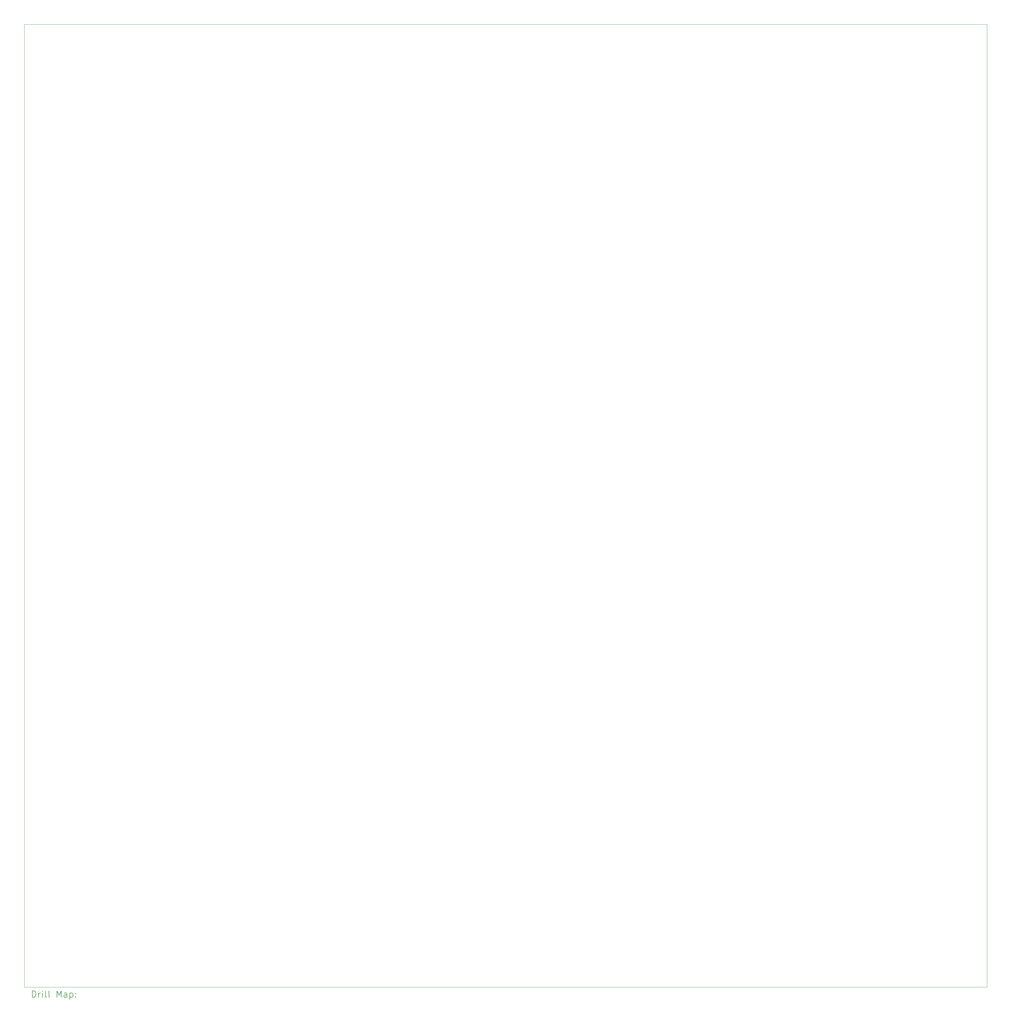
<source format=gbr>
%TF.GenerationSoftware,KiCad,Pcbnew,8.0.0*%
%TF.CreationDate,2024-03-19T23:39:02-04:00*%
%TF.ProjectId,WaterSensor,57617465-7253-4656-9e73-6f722e6b6963,rev?*%
%TF.SameCoordinates,Original*%
%TF.FileFunction,Drillmap*%
%TF.FilePolarity,Positive*%
%FSLAX45Y45*%
G04 Gerber Fmt 4.5, Leading zero omitted, Abs format (unit mm)*
G04 Created by KiCad (PCBNEW 8.0.0) date 2024-03-19 23:39:02*
%MOMM*%
%LPD*%
G01*
G04 APERTURE LIST*
%ADD10C,0.100000*%
%ADD11C,0.200000*%
G04 APERTURE END LIST*
D10*
X12700000Y-4572000D02*
X43180000Y-4572000D01*
X43180000Y-35052000D01*
X12700000Y-35052000D01*
X12700000Y-4572000D01*
D11*
X12955777Y-35368484D02*
X12955777Y-35168484D01*
X12955777Y-35168484D02*
X13003396Y-35168484D01*
X13003396Y-35168484D02*
X13031967Y-35178008D01*
X13031967Y-35178008D02*
X13051015Y-35197055D01*
X13051015Y-35197055D02*
X13060539Y-35216103D01*
X13060539Y-35216103D02*
X13070062Y-35254198D01*
X13070062Y-35254198D02*
X13070062Y-35282770D01*
X13070062Y-35282770D02*
X13060539Y-35320865D01*
X13060539Y-35320865D02*
X13051015Y-35339912D01*
X13051015Y-35339912D02*
X13031967Y-35358960D01*
X13031967Y-35358960D02*
X13003396Y-35368484D01*
X13003396Y-35368484D02*
X12955777Y-35368484D01*
X13155777Y-35368484D02*
X13155777Y-35235150D01*
X13155777Y-35273246D02*
X13165301Y-35254198D01*
X13165301Y-35254198D02*
X13174824Y-35244674D01*
X13174824Y-35244674D02*
X13193872Y-35235150D01*
X13193872Y-35235150D02*
X13212920Y-35235150D01*
X13279586Y-35368484D02*
X13279586Y-35235150D01*
X13279586Y-35168484D02*
X13270062Y-35178008D01*
X13270062Y-35178008D02*
X13279586Y-35187531D01*
X13279586Y-35187531D02*
X13289110Y-35178008D01*
X13289110Y-35178008D02*
X13279586Y-35168484D01*
X13279586Y-35168484D02*
X13279586Y-35187531D01*
X13403396Y-35368484D02*
X13384348Y-35358960D01*
X13384348Y-35358960D02*
X13374824Y-35339912D01*
X13374824Y-35339912D02*
X13374824Y-35168484D01*
X13508158Y-35368484D02*
X13489110Y-35358960D01*
X13489110Y-35358960D02*
X13479586Y-35339912D01*
X13479586Y-35339912D02*
X13479586Y-35168484D01*
X13736729Y-35368484D02*
X13736729Y-35168484D01*
X13736729Y-35168484D02*
X13803396Y-35311341D01*
X13803396Y-35311341D02*
X13870062Y-35168484D01*
X13870062Y-35168484D02*
X13870062Y-35368484D01*
X14051015Y-35368484D02*
X14051015Y-35263722D01*
X14051015Y-35263722D02*
X14041491Y-35244674D01*
X14041491Y-35244674D02*
X14022443Y-35235150D01*
X14022443Y-35235150D02*
X13984348Y-35235150D01*
X13984348Y-35235150D02*
X13965301Y-35244674D01*
X14051015Y-35358960D02*
X14031967Y-35368484D01*
X14031967Y-35368484D02*
X13984348Y-35368484D01*
X13984348Y-35368484D02*
X13965301Y-35358960D01*
X13965301Y-35358960D02*
X13955777Y-35339912D01*
X13955777Y-35339912D02*
X13955777Y-35320865D01*
X13955777Y-35320865D02*
X13965301Y-35301817D01*
X13965301Y-35301817D02*
X13984348Y-35292293D01*
X13984348Y-35292293D02*
X14031967Y-35292293D01*
X14031967Y-35292293D02*
X14051015Y-35282770D01*
X14146253Y-35235150D02*
X14146253Y-35435150D01*
X14146253Y-35244674D02*
X14165301Y-35235150D01*
X14165301Y-35235150D02*
X14203396Y-35235150D01*
X14203396Y-35235150D02*
X14222443Y-35244674D01*
X14222443Y-35244674D02*
X14231967Y-35254198D01*
X14231967Y-35254198D02*
X14241491Y-35273246D01*
X14241491Y-35273246D02*
X14241491Y-35330389D01*
X14241491Y-35330389D02*
X14231967Y-35349436D01*
X14231967Y-35349436D02*
X14222443Y-35358960D01*
X14222443Y-35358960D02*
X14203396Y-35368484D01*
X14203396Y-35368484D02*
X14165301Y-35368484D01*
X14165301Y-35368484D02*
X14146253Y-35358960D01*
X14327205Y-35349436D02*
X14336729Y-35358960D01*
X14336729Y-35358960D02*
X14327205Y-35368484D01*
X14327205Y-35368484D02*
X14317682Y-35358960D01*
X14317682Y-35358960D02*
X14327205Y-35349436D01*
X14327205Y-35349436D02*
X14327205Y-35368484D01*
X14327205Y-35244674D02*
X14336729Y-35254198D01*
X14336729Y-35254198D02*
X14327205Y-35263722D01*
X14327205Y-35263722D02*
X14317682Y-35254198D01*
X14317682Y-35254198D02*
X14327205Y-35244674D01*
X14327205Y-35244674D02*
X14327205Y-35263722D01*
M02*

</source>
